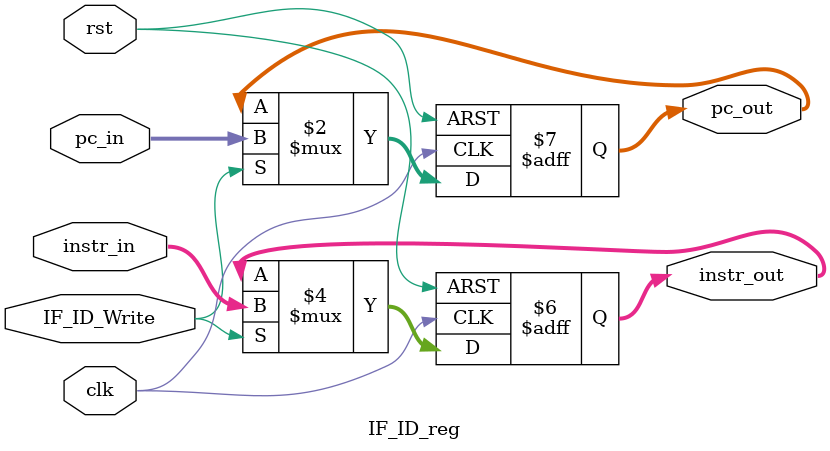
<source format=v>
`timescale 1ns / 1ps

module IF_ID_reg(
    input clk,
    input rst,
    input IF_ID_Write,
    input [31:0] instr_in,
    input [31:0] pc_in,
    output reg [31:0] instr_out,
    output reg [31:0] pc_out
);
    always @(posedge clk or posedge rst) begin
        if (rst) begin
            instr_out <= 32'b0;
            pc_out <= 32'b0;
        end else if (IF_ID_Write) begin
            instr_out <= instr_in;
            pc_out <= pc_in;
        end
    end
endmodule


</source>
